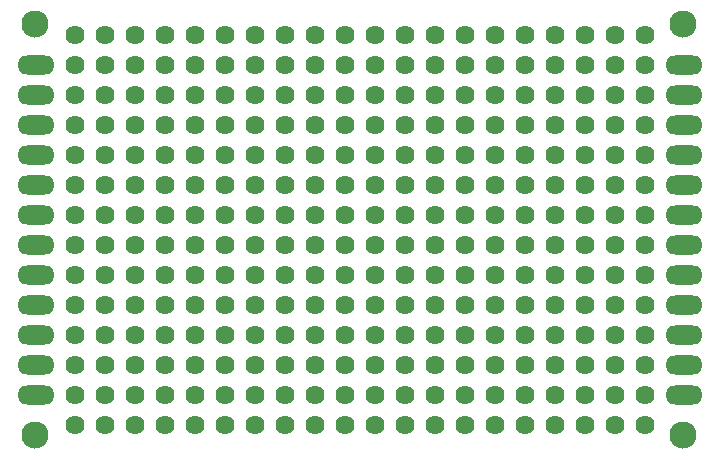
<source format=gbr>
%TF.GenerationSoftware,KiCad,Pcbnew,9.0.1*%
%TF.CreationDate,2025-05-06T23:49:06-04:00*%
%TF.ProjectId,classic-protoboard_14x20,636c6173-7369-4632-9d70-726f746f626f,rev?*%
%TF.SameCoordinates,Original*%
%TF.FileFunction,Soldermask,Top*%
%TF.FilePolarity,Negative*%
%FSLAX46Y46*%
G04 Gerber Fmt 4.6, Leading zero omitted, Abs format (unit mm)*
G04 Created by KiCad (PCBNEW 9.0.1) date 2025-05-06 23:49:06*
%MOMM*%
%LPD*%
G01*
G04 APERTURE LIST*
%ADD10O,3.148000X1.624000*%
%ADD11C,2.300000*%
%ADD12C,1.624000*%
G04 APERTURE END LIST*
D10*
%TO.C,REF\u002A\u002A*%
X171582000Y-82370000D03*
%TD*%
%TO.C,REF\u002A\u002A*%
X171582000Y-84910000D03*
%TD*%
%TO.C,REF\u002A\u002A*%
X171582000Y-87450000D03*
%TD*%
%TO.C,REF\u002A\u002A*%
X171582000Y-89990000D03*
%TD*%
%TO.C,REF\u002A\u002A*%
X171582000Y-92530000D03*
%TD*%
%TO.C,REF\u002A\u002A*%
X171582000Y-95070000D03*
%TD*%
%TO.C,REF\u002A\u002A*%
X171582000Y-97610000D03*
%TD*%
%TO.C,REF\u002A\u002A*%
X171582000Y-100150000D03*
%TD*%
%TO.C,REF\u002A\u002A*%
X171582000Y-102690000D03*
%TD*%
%TO.C,REF\u002A\u002A*%
X171582000Y-105230000D03*
%TD*%
%TO.C,REF\u002A\u002A*%
X171582000Y-107770000D03*
%TD*%
%TO.C,REF\u002A\u002A*%
X171582000Y-110310000D03*
%TD*%
%TO.C,REF\u002A\u002A*%
X116718000Y-82370000D03*
%TD*%
D11*
%TO.C,REF\u002A\u002A*%
X171480000Y-78940000D03*
%TD*%
%TO.C,REF\u002A\u002A*%
X116680000Y-78940000D03*
%TD*%
D10*
%TO.C,REF\u002A\u002A*%
X116718000Y-84910000D03*
%TD*%
%TO.C,REF\u002A\u002A*%
X116718000Y-87450000D03*
%TD*%
%TO.C,REF\u002A\u002A*%
X116718000Y-89990000D03*
%TD*%
%TO.C,REF\u002A\u002A*%
X116718000Y-92530000D03*
%TD*%
%TO.C,REF\u002A\u002A*%
X116718000Y-95070000D03*
%TD*%
%TO.C,REF\u002A\u002A*%
X116718000Y-97610000D03*
%TD*%
%TO.C,REF\u002A\u002A*%
X116718000Y-100150000D03*
%TD*%
%TO.C,REF\u002A\u002A*%
X116718000Y-102690000D03*
%TD*%
%TO.C,REF\u002A\u002A*%
X116718000Y-105230000D03*
%TD*%
%TO.C,REF\u002A\u002A*%
X116718000Y-107770000D03*
%TD*%
%TO.C,REF\u002A\u002A*%
X116718000Y-110310000D03*
%TD*%
D11*
%TO.C,REF\u002A\u002A*%
X116680000Y-113740000D03*
%TD*%
%TO.C,REF\u002A\u002A*%
X171480000Y-113740000D03*
%TD*%
D12*
X120020000Y-79830000D03*
X122560000Y-79830000D03*
X125100000Y-79830000D03*
X127640000Y-79830000D03*
X130180000Y-79830000D03*
X132720000Y-79830000D03*
X135260000Y-79830000D03*
X137800000Y-79830000D03*
X140340000Y-79830000D03*
X142880000Y-79830000D03*
X145420000Y-79830000D03*
X147960000Y-79830000D03*
X150500000Y-79830000D03*
X155580000Y-79830000D03*
X158120000Y-79830000D03*
X160660000Y-79830000D03*
X163200000Y-79830000D03*
X165740000Y-79830000D03*
X168280000Y-79830000D03*
X120020000Y-82370000D03*
X122560000Y-82370000D03*
X125100000Y-82370000D03*
X127640000Y-82370000D03*
X130180000Y-82370000D03*
X132720000Y-82370000D03*
X135260000Y-82370000D03*
X137800000Y-82370000D03*
X140340000Y-82370000D03*
X142880000Y-82370000D03*
X145420000Y-82370000D03*
X147960000Y-82370000D03*
X150500000Y-82370000D03*
X153040000Y-82370000D03*
X155580000Y-82370000D03*
X158120000Y-82370000D03*
X160660000Y-82370000D03*
X163200000Y-82370000D03*
X165740000Y-82370000D03*
X168280000Y-82370000D03*
X120020000Y-84910000D03*
X122560000Y-84910000D03*
X125100000Y-84910000D03*
X130180000Y-84910000D03*
X132720000Y-84910000D03*
X135260000Y-84910000D03*
X137800000Y-84910000D03*
X140340000Y-84910000D03*
X142880000Y-84910000D03*
X145420000Y-84910000D03*
X147960000Y-84910000D03*
X153040000Y-84910000D03*
X155580000Y-84910000D03*
X158120000Y-84910000D03*
X163200000Y-84910000D03*
X165740000Y-84910000D03*
X168280000Y-84910000D03*
X120020000Y-87450000D03*
X122560000Y-87450000D03*
X127640000Y-87450000D03*
X130180000Y-87450000D03*
X132720000Y-87450000D03*
X135260000Y-87450000D03*
X137800000Y-87450000D03*
X140340000Y-87450000D03*
X145420000Y-87450000D03*
X147960000Y-87450000D03*
X150500000Y-87450000D03*
X153040000Y-87450000D03*
X155580000Y-87450000D03*
X158120000Y-87450000D03*
X160660000Y-87450000D03*
X163200000Y-87450000D03*
X165740000Y-87450000D03*
X168280000Y-87450000D03*
X120020000Y-89990000D03*
X122560000Y-89990000D03*
X125100000Y-89990000D03*
X127640000Y-89990000D03*
X130180000Y-89990000D03*
X132720000Y-89990000D03*
X135260000Y-89990000D03*
X137800000Y-89990000D03*
X140340000Y-89990000D03*
X142880000Y-89990000D03*
X145420000Y-89990000D03*
X147960000Y-89990000D03*
X150500000Y-89990000D03*
X155580000Y-89990000D03*
X158120000Y-89990000D03*
X160660000Y-89990000D03*
X163200000Y-89990000D03*
X165740000Y-89990000D03*
X168280000Y-89990000D03*
X120020000Y-92530000D03*
X122560000Y-92530000D03*
X125100000Y-92530000D03*
X127640000Y-92530000D03*
X130180000Y-92530000D03*
X132720000Y-92530000D03*
X135260000Y-92530000D03*
X137800000Y-92530000D03*
X140340000Y-92530000D03*
X142880000Y-92530000D03*
X145420000Y-92530000D03*
X147960000Y-92530000D03*
X150500000Y-92530000D03*
X153040000Y-92530000D03*
X155580000Y-92530000D03*
X158120000Y-92530000D03*
X160660000Y-92530000D03*
X163200000Y-92530000D03*
X168280000Y-92530000D03*
X120020000Y-95070000D03*
X122560000Y-95070000D03*
X125100000Y-95070000D03*
X127640000Y-95070000D03*
X130180000Y-95070000D03*
X132720000Y-95070000D03*
X135260000Y-95070000D03*
X137800000Y-95070000D03*
X140340000Y-95070000D03*
X142880000Y-95070000D03*
X145420000Y-95070000D03*
X147960000Y-95070000D03*
X150500000Y-95070000D03*
X153040000Y-95070000D03*
X158120000Y-95070000D03*
X160660000Y-95070000D03*
X163200000Y-95070000D03*
X165740000Y-95070000D03*
X168280000Y-95070000D03*
X120020000Y-97610000D03*
X122560000Y-97610000D03*
X125100000Y-97610000D03*
X127640000Y-97610000D03*
X130180000Y-97610000D03*
X132720000Y-97610000D03*
X135260000Y-97610000D03*
X137800000Y-97610000D03*
X140340000Y-97610000D03*
X142880000Y-97610000D03*
X145420000Y-97610000D03*
X147960000Y-97610000D03*
X150500000Y-97610000D03*
X153040000Y-97610000D03*
X155580000Y-97610000D03*
X158120000Y-97610000D03*
X160660000Y-97610000D03*
X163200000Y-97610000D03*
X165740000Y-97610000D03*
X120020000Y-100150000D03*
X122560000Y-100150000D03*
X125100000Y-100150000D03*
X130180000Y-100150000D03*
X132720000Y-100150000D03*
X135260000Y-100150000D03*
X137800000Y-100150000D03*
X140340000Y-100150000D03*
X142880000Y-100150000D03*
X145420000Y-100150000D03*
X147960000Y-100150000D03*
X150500000Y-100150000D03*
X153040000Y-100150000D03*
X155580000Y-100150000D03*
X158120000Y-100150000D03*
X160660000Y-100150000D03*
X163200000Y-100150000D03*
X165740000Y-100150000D03*
X168280000Y-100150000D03*
X120020000Y-102690000D03*
X122560000Y-102690000D03*
X125100000Y-102690000D03*
X127640000Y-102690000D03*
X130180000Y-102690000D03*
X132720000Y-102690000D03*
X135260000Y-102690000D03*
X137800000Y-102690000D03*
X140340000Y-102690000D03*
X142880000Y-102690000D03*
X145420000Y-102690000D03*
X147960000Y-102690000D03*
X150500000Y-102690000D03*
X153040000Y-102690000D03*
X155580000Y-102690000D03*
X158120000Y-102690000D03*
X160660000Y-102690000D03*
X163200000Y-102690000D03*
X165740000Y-102690000D03*
X168280000Y-102690000D03*
X120020000Y-105230000D03*
X122560000Y-105230000D03*
X125100000Y-105230000D03*
X127640000Y-105230000D03*
X130180000Y-105230000D03*
X135260000Y-105230000D03*
X137800000Y-105230000D03*
X140340000Y-105230000D03*
X142880000Y-105230000D03*
X145420000Y-105230000D03*
X147960000Y-105230000D03*
X150500000Y-105230000D03*
X153040000Y-105230000D03*
X155580000Y-105230000D03*
X158120000Y-105230000D03*
X160660000Y-105230000D03*
X163200000Y-105230000D03*
X165740000Y-105230000D03*
X168280000Y-105230000D03*
X120020000Y-107770000D03*
X122560000Y-107770000D03*
X125100000Y-107770000D03*
X127640000Y-107770000D03*
X130180000Y-107770000D03*
X132720000Y-107770000D03*
X135260000Y-107770000D03*
X137800000Y-107770000D03*
X140340000Y-107770000D03*
X142880000Y-107770000D03*
X145420000Y-107770000D03*
X147960000Y-107770000D03*
X150500000Y-107770000D03*
X153040000Y-107770000D03*
X155580000Y-107770000D03*
X158120000Y-107770000D03*
X160660000Y-107770000D03*
X163200000Y-107770000D03*
X165740000Y-107770000D03*
X168280000Y-107770000D03*
X120020000Y-110310000D03*
X122560000Y-110310000D03*
X125100000Y-110310000D03*
X127640000Y-110310000D03*
X130180000Y-110310000D03*
X132720000Y-110310000D03*
X135260000Y-110310000D03*
X137800000Y-110310000D03*
X140340000Y-110310000D03*
X142880000Y-110310000D03*
X145420000Y-110310000D03*
X147960000Y-110310000D03*
X153040000Y-110310000D03*
X155580000Y-110310000D03*
X158120000Y-110310000D03*
X160660000Y-110310000D03*
X163200000Y-110310000D03*
X165740000Y-110310000D03*
X168280000Y-110310000D03*
X120020000Y-112850000D03*
X122560000Y-112850000D03*
X125100000Y-112850000D03*
X127640000Y-112850000D03*
X130180000Y-112850000D03*
X132720000Y-112850000D03*
X135260000Y-112850000D03*
X137800000Y-112850000D03*
X140340000Y-112850000D03*
X142880000Y-112850000D03*
X145420000Y-112850000D03*
X147960000Y-112850000D03*
X150500000Y-112850000D03*
X153040000Y-112850000D03*
X155580000Y-112850000D03*
X158120000Y-112850000D03*
X160660000Y-112850000D03*
X163200000Y-112850000D03*
X165740000Y-112850000D03*
X168280000Y-112850000D03*
X168280000Y-97610000D03*
X155580000Y-95070000D03*
X150500000Y-84910000D03*
X127640000Y-100150000D03*
X150500000Y-110310000D03*
X125100000Y-87450000D03*
X127640000Y-84910000D03*
X160660000Y-84910000D03*
X142880000Y-87450000D03*
X153040000Y-89990000D03*
X153040000Y-79830000D03*
X165740000Y-92530000D03*
X132720000Y-105230000D03*
M02*

</source>
